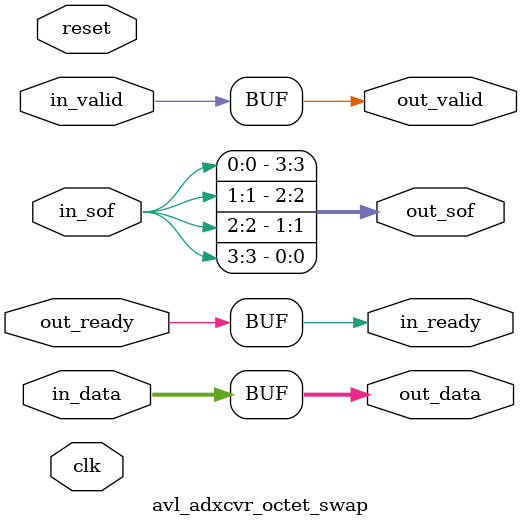
<source format=v>
module avl_adxcvr_octet_swap(	// file.cleaned.mlir:2:3
  input         clk,	// file.cleaned.mlir:2:39
                reset,	// file.cleaned.mlir:2:53
                in_valid,	// file.cleaned.mlir:2:69
  input  [31:0] in_data,	// file.cleaned.mlir:2:88
  input  [3:0]  in_sof,	// file.cleaned.mlir:2:107
  input         out_ready,	// file.cleaned.mlir:2:124
  output        in_ready,	// file.cleaned.mlir:2:145
                out_valid,	// file.cleaned.mlir:2:164
  output [31:0] out_data,	// file.cleaned.mlir:2:184
  output [3:0]  out_sof	// file.cleaned.mlir:2:204
);

  assign in_ready = out_ready;	// file.cleaned.mlir:8:5
  assign out_valid = in_valid;	// file.cleaned.mlir:8:5
  assign out_data = in_data;	// file.cleaned.mlir:8:5
  assign out_sof = {in_sof[0], in_sof[1], in_sof[2], in_sof[3]};	// file.cleaned.mlir:3:10, :4:10, :5:10, :6:10, :7:10, :8:5
endmodule


</source>
